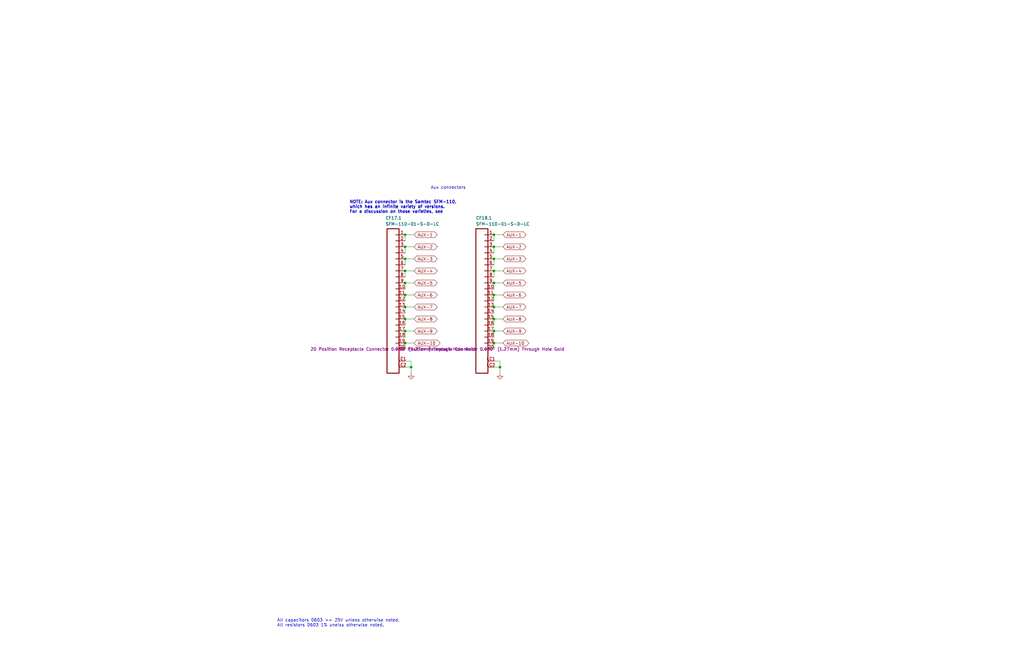
<source format=kicad_sch>
(kicad_sch (version 20250114) (generator "eeschema") (generator_version "9.0")
  (paper "USLedger")
  (title_block (title "OreSat1 2U Backplane") (date "2025-09-28") (rev "1.0") (company "Portland State Aerospace Society"))
  (lib_symbols
    (symbol "oresat-connectors:J-SAMTEC-TFM-110-01-L-D-RA" (pin_names (hide yes))
      (property "Reference" "J" (at -2.54 53.34 0))
      (property "Value" "J-SAMTEC-TFM-110-01-L-D-RA" (at 0 -55.88 0))
      (symbol "J-SAMTEC-TFM-110-01-L-D-RA_0_1"
        (rectangle (start -2.54 50.8) (end 2.54 -10.16) (stroke (width 0.4)))
        (rectangle (start 2.413 48.387) (end 1.143 48.133) (stroke (width 0.1524)))
        (rectangle (start 2.413 45.847) (end 1.143 45.593) (stroke (width 0.1524)))
        (rectangle (start 2.413 43.307) (end 1.143 43.053) (stroke (width 0.1524)))
        (rectangle (start 2.413 40.767) (end 1.143 40.513) (stroke (width 0.1524)))
        (rectangle (start 2.413 38.227) (end 1.143 37.973) (stroke (width 0.1524)))
        (rectangle (start 2.413 35.687) (end 1.143 35.433) (stroke (width 0.1524)))
        (rectangle (start 2.413 33.147) (end 1.143 32.893) (stroke (width 0.1524)))
        (rectangle (start 2.413 30.607) (end 1.143 30.353) (stroke (width 0.1524)))
        (rectangle (start 2.413 28.067) (end 1.143 27.813) (stroke (width 0.1524)))
        (rectangle (start 2.413 25.527) (end 1.143 25.273) (stroke (width 0.1524)))
        (rectangle (start 2.413 22.987) (end 1.143 22.733) (stroke (width 0.1524)))
        (rectangle (start 2.413 20.447) (end 1.143 20.193) (stroke (width 0.1524)))
        (rectangle (start 2.413 17.907) (end 1.143 17.653) (stroke (width 0.1524)))
        (rectangle (start 2.413 15.367) (end 1.143 15.113) (stroke (width 0.1524)))
        (rectangle (start 2.413 12.827) (end 1.143 12.573) (stroke (width 0.1524)))
        (rectangle (start 2.413 10.287) (end 1.143 10.033) (stroke (width 0.1524)))
        (rectangle (start 2.413 7.747) (end 1.143 7.493) (stroke (width 0.1524)))
        (rectangle (start 2.413 5.207) (end 1.143 4.953) (stroke (width 0.1524)))
        (rectangle (start 2.413 2.667) (end 1.143 2.413) (stroke (width 0.1524)))
        (rectangle (start 2.413 0.127) (end 1.143 -0.127) (stroke (width 0.1524)))
      )
      (symbol "J-SAMTEC-TFM-110-01-L-D-RA_1_1"
        (pin passive line (at 5.08 48.26 180) (length 2.54) (name "") (number "1"))
        (pin passive line (at 5.08 45.72 180) (length 2.54) (name "") (number "2"))
        (pin passive line (at 5.08 43.18 180) (length 2.54) (name "") (number "3"))
        (pin passive line (at 5.08 40.64 180) (length 2.54) (name "") (number "4"))
        (pin passive line (at 5.08 38.1 180) (length 2.54) (name "") (number "5"))
        (pin passive line (at 5.08 35.56 180) (length 2.54) (name "") (number "6"))
        (pin passive line (at 5.08 33.02 180) (length 2.54) (name "") (number "7"))
        (pin passive line (at 5.08 30.48 180) (length 2.54) (name "") (number "8"))
        (pin passive line (at 5.08 27.94 180) (length 2.54) (name "") (number "9"))
        (pin passive line (at 5.08 25.4 180) (length 2.54) (name "") (number "10"))
        (pin passive line (at 5.08 22.86 180) (length 2.54) (name "") (number "11"))
        (pin passive line (at 5.08 20.32 180) (length 2.54) (name "") (number "12"))
        (pin passive line (at 5.08 17.78 180) (length 2.54) (name "") (number "13"))
        (pin passive line (at 5.08 15.24 180) (length 2.54) (name "") (number "14"))
        (pin passive line (at 5.08 12.7 180) (length 2.54) (name "") (number "15"))
        (pin passive line (at 5.08 10.16 180) (length 2.54) (name "") (number "16"))
        (pin passive line (at 5.08 7.62 180) (length 2.54) (name "") (number "17"))
        (pin passive line (at 5.08 5.08 180) (length 2.54) (name "") (number "18"))
        (pin passive line (at 5.08 2.54 180) (length 2.54) (name "") (number "19"))
        (pin passive line (at 5.08 0 180) (length 2.54) (name "") (number "20"))
        (pin passive line (at 5.08 -5.08 180) (length 2.54) (name "") (number "LC1"))
        (pin passive line (at 5.08 -7.62 180) (length 2.54) (name "") (number "LC2"))
      )
    )
    (symbol "power:GND" (power) (pin_names (offset 0))
      (property "Value" "GND" (at 0 -3.81 0))
      (symbol "GND_0_1"
        (polyline (pts (xy 0 0) (xy 0 -1.27) (xy 1.27 -1.27) (xy 0 -2.54) (xy -1.27 -1.27) (xy 0 -1.27)))
      )
      (symbol "GND_1_1"
        (pin power_in line (at 0 0 270) (length 0) (hide yes) (name "GND") (number "1"))
      )
    )
  )
  (text "NOTE: Aux connector is the Samtec SFM-110, \nwhich has an infinite variety of versions.\nFor a discussion on those varieties, see" (at 147.32 90.17 0) (effects (font (size 1.27 1.27) (thickness 0.254) (bold yes)) (justify left bottom)))
  (text "Aux connectors" (at 181.61 80.01 0) (effects (font (size 1.27 1.27)) (justify left bottom)))
  (text "All capacitors 0603 >= 25V unless otherwise noted.\nAll resistors 0603 1% unelss otherwise noted." (at 116.84 262.89 0) (effects (font (size 1.27 1.27)) (justify left)))
  (junction (at 170.815 124.46))
  (junction (at 208.28 124.46))
  (junction (at 208.28 109.22))
  (junction (at 170.815 134.62))
  (junction (at 208.28 144.78))
  (junction (at 170.815 144.78))
  (junction (at 170.815 104.14))
  (junction (at 170.815 114.3))
  (junction (at 208.28 99.06))
  (junction (at 173.355 154.94))
  (junction (at 208.28 129.54))
  (junction (at 170.815 119.38))
  (junction (at 170.815 129.54))
  (junction (at 208.28 114.3))
  (junction (at 208.28 104.14))
  (junction (at 208.28 119.38))
  (junction (at 208.28 139.7))
  (junction (at 170.815 109.22))
  (junction (at 170.815 99.06))
  (junction (at 170.815 139.7))
  (junction (at 210.82 154.94))
  (junction (at 208.28 134.62))
  (wire (pts (xy 208.28 144.78) (xy 208.28 147.32)))
  (wire (pts (xy 208.28 119.38) (xy 208.28 121.92)))
  (wire (pts (xy 208.28 129.54) (xy 212.09 129.54)))
  (wire (pts (xy 208.28 124.46) (xy 212.09 124.46)))
  (wire (pts (xy 208.28 134.62) (xy 212.09 134.62)))
  (wire (pts (xy 170.815 134.62) (xy 174.625 134.62)))
  (wire (pts (xy 170.815 114.3) (xy 174.625 114.3)))
  (wire (pts (xy 170.815 104.14) (xy 170.815 106.68)))
  (wire (pts (xy 208.28 99.06) (xy 212.09 99.06)))
  (wire (pts (xy 170.815 99.06) (xy 170.815 101.6)))
  (wire (pts (xy 210.82 154.94) (xy 208.28 154.94)))
  (wire (pts (xy 170.815 104.14) (xy 174.625 104.14)))
  (wire (pts (xy 170.815 99.06) (xy 174.625 99.06)))
  (wire (pts (xy 173.355 154.94) (xy 170.815 154.94)))
  (wire (pts (xy 208.28 129.54) (xy 208.28 132.08)))
  (wire (pts (xy 210.82 152.4) (xy 208.28 152.4)))
  (wire (pts (xy 208.28 119.38) (xy 212.09 119.38)))
  (wire (pts (xy 170.815 114.3) (xy 170.815 116.84)))
  (wire (pts (xy 173.355 154.94) (xy 173.355 152.4)))
  (wire (pts (xy 208.28 114.3) (xy 208.28 116.84)))
  (wire (pts (xy 170.815 139.7) (xy 170.815 142.24)))
  (wire (pts (xy 170.815 139.7) (xy 174.625 139.7)))
  (wire (pts (xy 208.28 144.78) (xy 212.09 144.78)))
  (wire (pts (xy 208.28 139.7) (xy 208.28 142.24)))
  (wire (pts (xy 170.815 119.38) (xy 170.815 121.92)))
  (wire (pts (xy 170.815 144.78) (xy 174.625 144.78)))
  (wire (pts (xy 208.28 139.7) (xy 212.09 139.7)))
  (wire (pts (xy 208.28 104.14) (xy 212.09 104.14)))
  (wire (pts (xy 170.815 109.22) (xy 170.815 111.76)))
  (wire (pts (xy 208.28 99.06) (xy 208.28 101.6)))
  (wire (pts (xy 210.82 157.48) (xy 210.82 154.94)))
  (wire (pts (xy 208.28 124.46) (xy 208.28 127)))
  (wire (pts (xy 170.815 119.38) (xy 174.625 119.38)))
  (wire (pts (xy 173.355 152.4) (xy 170.815 152.4)))
  (wire (pts (xy 173.355 157.48) (xy 173.355 154.94)))
  (wire (pts (xy 210.82 154.94) (xy 210.82 152.4)))
  (wire (pts (xy 170.815 109.22) (xy 174.625 109.22)))
  (wire (pts (xy 208.28 114.3) (xy 212.09 114.3)))
  (wire (pts (xy 208.28 104.14) (xy 208.28 106.68)))
  (wire (pts (xy 170.815 124.46) (xy 174.625 124.46)))
  (wire (pts (xy 170.815 129.54) (xy 170.815 132.08)))
  (wire (pts (xy 170.815 134.62) (xy 170.815 137.16)))
  (wire (pts (xy 170.815 124.46) (xy 170.815 127)))
  (wire (pts (xy 170.815 144.78) (xy 170.815 147.32)))
  (wire (pts (xy 208.28 134.62) (xy 208.28 137.16)))
  (wire (pts (xy 170.815 129.54) (xy 174.625 129.54)))
  (wire (pts (xy 208.28 109.22) (xy 212.09 109.22)))
  (wire (pts (xy 208.28 109.22) (xy 208.28 111.76)))
  (global_label "AUX-10" (shape bidirectional) (at 212.09 144.78 0) (effects (font (size 1.2446 1.2446))) (property "Intersheetrefs" "${INTERSHEET_REFS}" (effects (hide yes))))
  (global_label "AUX-9" (shape bidirectional) (at 212.09 139.7 0) (effects (font (size 1.2446 1.2446))) (property "Intersheetrefs" "${INTERSHEET_REFS}" (effects (hide yes))))
  (global_label "AUX-8" (shape bidirectional) (at 212.09 134.62 0) (effects (font (size 1.2446 1.2446))) (property "Intersheetrefs" "${INTERSHEET_REFS}" (effects (hide yes))))
  (global_label "AUX-9" (shape bidirectional) (at 174.625 139.7 0) (effects (font (size 1.2446 1.2446))) (property "Intersheetrefs" "${INTERSHEET_REFS}" (effects (hide yes))))
  (global_label "AUX-5" (shape bidirectional) (at 174.625 119.38 0) (effects (font (size 1.2446 1.2446))) (property "Intersheetrefs" "${INTERSHEET_REFS}" (effects (hide yes))))
  (global_label "AUX-4" (shape bidirectional) (at 174.625 114.3 0) (effects (font (size 1.2446 1.2446))) (property "Intersheetrefs" "${INTERSHEET_REFS}" (effects (hide yes))))
  (global_label "AUX-2" (shape bidirectional) (at 212.09 104.14 0) (effects (font (size 1.2446 1.2446))) (property "Intersheetrefs" "${INTERSHEET_REFS}" (effects (hide yes))))
  (global_label "AUX-3" (shape bidirectional) (at 174.625 109.22 0) (effects (font (size 1.2446 1.2446))) (property "Intersheetrefs" "${INTERSHEET_REFS}" (effects (hide yes))))
  (global_label "AUX-2" (shape bidirectional) (at 174.625 104.14 0) (effects (font (size 1.2446 1.2446))) (property "Intersheetrefs" "${INTERSHEET_REFS}" (effects (hide yes))))
  (global_label "AUX-7" (shape bidirectional) (at 212.09 129.54 0) (effects (font (size 1.2446 1.2446))) (property "Intersheetrefs" "${INTERSHEET_REFS}" (effects (hide yes))))
  (global_label "AUX-1" (shape bidirectional) (at 212.09 99.06 0) (effects (font (size 1.2446 1.2446))) (property "Intersheetrefs" "${INTERSHEET_REFS}" (effects (hide yes))))
  (global_label "AUX-7" (shape bidirectional) (at 174.625 129.54 0) (effects (font (size 1.2446 1.2446))) (property "Intersheetrefs" "${INTERSHEET_REFS}" (effects (hide yes))))
  (global_label "AUX-4" (shape bidirectional) (at 212.09 114.3 0) (effects (font (size 1.2446 1.2446))) (property "Intersheetrefs" "${INTERSHEET_REFS}" (effects (hide yes))))
  (global_label "AUX-5" (shape bidirectional) (at 212.09 119.38 0) (effects (font (size 1.2446 1.2446))) (property "Intersheetrefs" "${INTERSHEET_REFS}" (effects (hide yes))))
  (global_label "AUX-1" (shape bidirectional) (at 174.625 99.06 0) (effects (font (size 1.2446 1.2446))) (property "Intersheetrefs" "${INTERSHEET_REFS}" (effects (hide yes))))
  (global_label "AUX-10" (shape bidirectional) (at 174.625 144.78 0) (effects (font (size 1.2446 1.2446))) (property "Intersheetrefs" "${INTERSHEET_REFS}" (effects (hide yes))))
  (global_label "AUX-6" (shape bidirectional) (at 212.09 124.46 0) (effects (font (size 1.2446 1.2446))) (property "Intersheetrefs" "${INTERSHEET_REFS}" (effects (hide yes))))
  (global_label "AUX-3" (shape bidirectional) (at 212.09 109.22 0) (effects (font (size 1.2446 1.2446))) (property "Intersheetrefs" "${INTERSHEET_REFS}" (effects (hide yes))))
  (global_label "AUX-8" (shape bidirectional) (at 174.625 134.62 0) (effects (font (size 1.2446 1.2446))) (property "Intersheetrefs" "${INTERSHEET_REFS}" (effects (hide yes))))
  (global_label "AUX-6" (shape bidirectional) (at 174.625 124.46 0) (effects (font (size 1.2446 1.2446))) (property "Intersheetrefs" "${INTERSHEET_REFS}" (effects (hide yes))))
  (symbol (lib_id "oresat-connectors:J-SAMTEC-TFM-110-01-L-D-RA") (at 165.735 147.32 0) (unit 1)
    (property "Reference" "CF17.1" (at 162.56 92.71 0) (effects (justify left bottom)))
    (property "Value" "SFM-110-01-S-D-LC" (at 162.56 95.25 0) (effects (justify left bottom)))
    (property "Footprint" "oresat-connectors:J-SAMTEC-CF-SFM-110-X1-XXX-D-LC" (effects (hide yes)))
    (property "Datasheet" "https://suddendocs.samtec.com/catalog_english/sfm.pdf" (effects (hide yes)))
    (property "Description" "20 Position Receptacle Connector 0.050\" (1.27mm) Through Hole Gold" (at 165.735 147.32 0))
    (property "DIS" "DigiKey" (effects (hide yes)))
    (property "DPN" "SFM-110-01-S-D-LC-ND" (effects (hide yes)))
    (property "MFR" "Samtec Inc." (effects (hide yes)))
    (property "MPN" "SFM-110-01-S-D-LC" (effects (hide yes)))
  )
  (symbol (lib_id "oresat-connectors:J-SAMTEC-TFM-110-01-L-D-RA") (at 203.2 147.32 0) (unit 1)
    (property "Reference" "CF18.1" (at 200.66 92.71 0) (effects (justify left bottom)))
    (property "Value" "SFM-110-01-S-D-LC" (at 200.66 95.25 0) (effects (justify left bottom)))
    (property "Footprint" "oresat-connectors:J-SAMTEC-CF-SFM-110-X1-XXX-D-LC" (effects (hide yes)))
    (property "Datasheet" "https://suddendocs.samtec.com/catalog_english/sfm.pdf" (effects (hide yes)))
    (property "Description" "20 Position Receptacle Connector 0.050\" (1.27mm) Through Hole Gold" (at 203.2 147.32 0))
    (property "DIS" "DigiKey" (effects (hide yes)))
    (property "DPN" "SFM-110-01-S-D-LC-ND" (effects (hide yes)))
    (property "MFR" "Samtec Inc." (effects (hide yes)))
    (property "MPN" "SFM-110-01-S-D-LC" (effects (hide yes)))
  )
  (symbol (lib_id "power:GND") (at 210.82 157.48 0) (unit 1)
    (property "Reference" "#GND0119" (effects (hide yes)))
    (property "Value" "GND" (effects (hide yes)))
    (property "Footprint" "oresat-backplane-2u:" (effects (hide yes)))
  )
  (symbol (lib_id "power:GND") (at 173.355 157.48 0) (unit 1)
    (property "Reference" "#GND0118" (effects (hide yes)))
    (property "Value" "GND" (effects (hide yes)))
    (property "Footprint" "oresat-backplane-2u:" (effects (hide yes)))
  )
)
</source>
